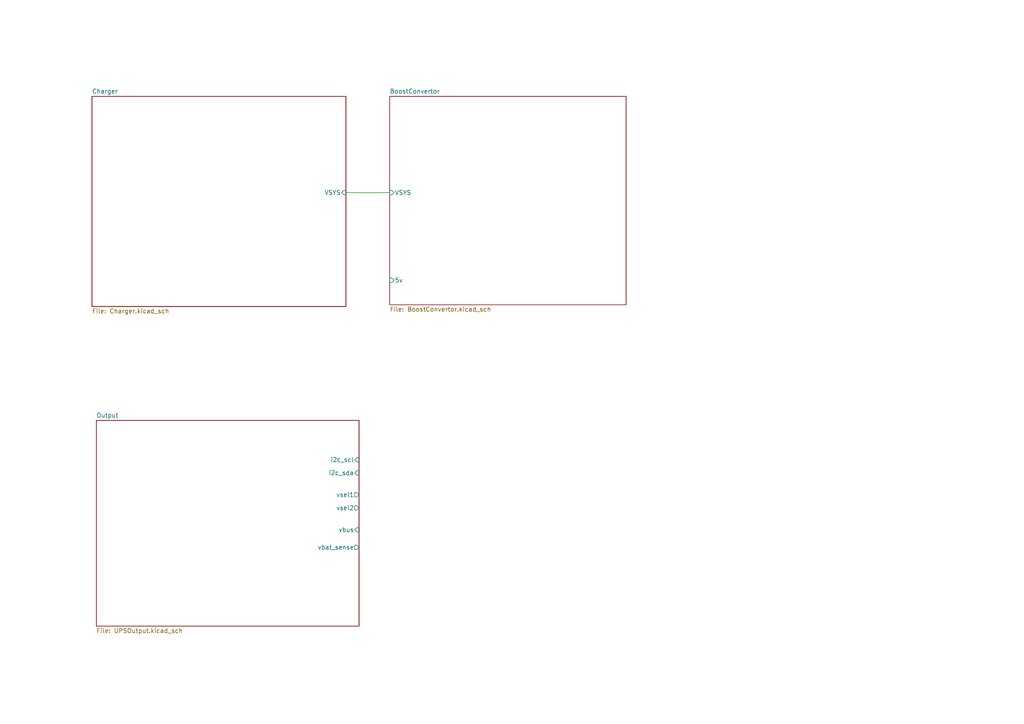
<source format=kicad_sch>
(kicad_sch
	(version 20250114)
	(generator "eeschema")
	(generator_version "9.0")
	(uuid "9d92b60a-4a6b-449c-b462-cab19e69d38c")
	(paper "A4")
	(title_block
		(title "UPS")
		(company "MTU Open Source Hardware Enterprise")
	)
	(lib_symbols)
	(wire
		(pts
			(xy 100.33 55.88) (xy 113.03 55.88)
		)
		(stroke
			(width 0)
			(type default)
		)
		(uuid "2adae19b-f28b-48b5-bb43-17a370420cc0")
	)
	(sheet
		(at 26.67 27.94)
		(size 73.66 60.96)
		(exclude_from_sim no)
		(in_bom yes)
		(on_board yes)
		(dnp no)
		(fields_autoplaced yes)
		(stroke
			(width 0.1524)
			(type solid)
		)
		(fill
			(color 0 0 0 0.0000)
		)
		(uuid "58e8621a-e50a-4c31-8927-fd6b72ccb3ce")
		(property "Sheetname" "Charger"
			(at 26.67 27.2284 0)
			(effects
				(font
					(size 1.27 1.27)
				)
				(justify left bottom)
			)
		)
		(property "Sheetfile" "Charger.kicad_sch"
			(at 26.67 89.4846 0)
			(effects
				(font
					(size 1.27 1.27)
				)
				(justify left top)
			)
		)
		(pin "VSYS" input
			(at 100.33 55.88 0)
			(uuid "69ca1765-4fe0-4828-9f2b-62f771212967")
			(effects
				(font
					(size 1.27 1.27)
				)
				(justify right)
			)
		)
		(instances
			(project "UPS"
				(path "/9d92b60a-4a6b-449c-b462-cab19e69d38c"
					(page "2")
				)
			)
		)
	)
	(sheet
		(at 113.03 27.94)
		(size 68.58 60.452)
		(exclude_from_sim no)
		(in_bom yes)
		(on_board yes)
		(dnp no)
		(fields_autoplaced yes)
		(stroke
			(width 0.1524)
			(type solid)
		)
		(fill
			(color 0 0 0 0.0000)
		)
		(uuid "66173f08-558e-4192-bd35-ba55c00529e3")
		(property "Sheetname" "BoostConvertor"
			(at 113.03 27.2284 0)
			(effects
				(font
					(size 1.27 1.27)
				)
				(justify left bottom)
			)
		)
		(property "Sheetfile" "BoostConvertor.kicad_sch"
			(at 113.03 88.9766 0)
			(effects
				(font
					(size 1.27 1.27)
				)
				(justify left top)
			)
		)
		(pin "VSYS" input
			(at 113.03 55.88 180)
			(uuid "af869ace-9073-4dc7-baef-75fbdfaeb43b")
			(effects
				(font
					(size 1.27 1.27)
				)
				(justify left)
			)
		)
		(pin "5v" input
			(at 113.03 81.28 180)
			(uuid "8a170316-776f-4635-96bd-e197e4a036ca")
			(effects
				(font
					(size 1.27 1.27)
				)
				(justify left)
			)
		)
		(instances
			(project "UPS"
				(path "/9d92b60a-4a6b-449c-b462-cab19e69d38c"
					(page "4")
				)
			)
		)
	)
	(sheet
		(at 27.94 121.92)
		(size 76.2 59.69)
		(exclude_from_sim no)
		(in_bom yes)
		(on_board yes)
		(dnp no)
		(fields_autoplaced yes)
		(stroke
			(width 0.1524)
			(type solid)
		)
		(fill
			(color 0 0 0 0.0000)
		)
		(uuid "c2035c51-7de6-43a1-947f-d073f8318def")
		(property "Sheetname" "Output"
			(at 27.94 121.2084 0)
			(effects
				(font
					(size 1.27 1.27)
				)
				(justify left bottom)
			)
		)
		(property "Sheetfile" "UPSOutput.kicad_sch"
			(at 27.94 182.1946 0)
			(effects
				(font
					(size 1.27 1.27)
				)
				(justify left top)
			)
		)
		(property "Field2" ""
			(at 27.94 121.92 0)
			(effects
				(font
					(size 1.27 1.27)
				)
			)
		)
		(pin "i2c_scl" input
			(at 104.14 133.35 0)
			(uuid "1a103b9c-666c-4d5b-a530-878de7b7769e")
			(effects
				(font
					(size 1.27 1.27)
				)
				(justify right)
			)
		)
		(pin "i2c_sda" input
			(at 104.14 137.16 0)
			(uuid "e3f98539-2d5a-4265-a8be-0c3fb06bc080")
			(effects
				(font
					(size 1.27 1.27)
				)
				(justify right)
			)
		)
		(pin "vbus" input
			(at 104.14 153.67 0)
			(uuid "89493819-1861-48f0-b902-1ab61aaa893b")
			(effects
				(font
					(size 1.27 1.27)
				)
				(justify right)
			)
		)
		(pin "vbat_sense" output
			(at 104.14 158.75 0)
			(uuid "7ec79e14-5595-428d-ada2-ba6824456c31")
			(effects
				(font
					(size 1.27 1.27)
				)
				(justify right)
			)
		)
		(pin "vsel1" output
			(at 104.14 143.51 0)
			(uuid "72a062db-8611-48bd-8981-cd890ed30070")
			(effects
				(font
					(size 1.27 1.27)
				)
				(justify right)
			)
		)
		(pin "vsel2" output
			(at 104.14 147.32 0)
			(uuid "162b0db8-4396-4a47-b05a-6e5720532870")
			(effects
				(font
					(size 1.27 1.27)
				)
				(justify right)
			)
		)
		(instances
			(project "UPS"
				(path "/9d92b60a-4a6b-449c-b462-cab19e69d38c"
					(page "3")
				)
			)
		)
	)
	(sheet_instances
		(path "/"
			(page "1")
		)
	)
	(embedded_fonts no)
)

</source>
